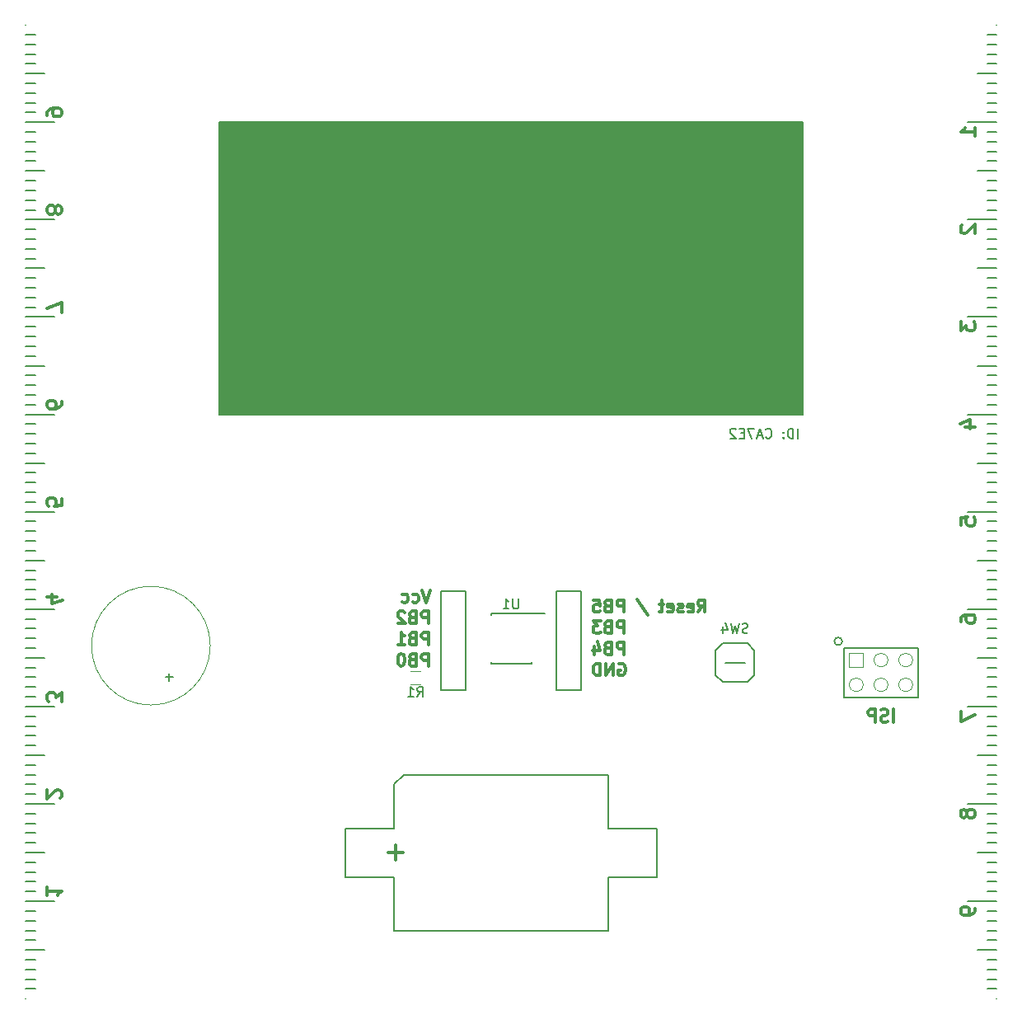
<source format=gbo>
G04 #@! TF.GenerationSoftware,KiCad,Pcbnew,5.0.0*
G04 #@! TF.CreationDate,2018-09-20T15:59:47+02:00*
G04 #@! TF.ProjectId,adri,616472692E6B696361645F7063620000,rev?*
G04 #@! TF.SameCoordinates,Original*
G04 #@! TF.FileFunction,Legend,Bot*
G04 #@! TF.FilePolarity,Positive*
%FSLAX46Y46*%
G04 Gerber Fmt 4.6, Leading zero omitted, Abs format (unit mm)*
G04 Created by KiCad (PCBNEW 5.0.0) date Thu Sep 20 15:59:47 2018*
%MOMM*%
%LPD*%
G01*
G04 APERTURE LIST*
%ADD10C,0.150000*%
%ADD11C,0.300000*%
%ADD12C,0.200000*%
%ADD13C,0.120000*%
%ADD14C,0.203200*%
%ADD15C,0.100000*%
G04 APERTURE END LIST*
D10*
X169452380Y-92452380D02*
X169452380Y-91452380D01*
X168976190Y-92452380D02*
X168976190Y-91452380D01*
X168738095Y-91452380D01*
X168595238Y-91500000D01*
X168500000Y-91595238D01*
X168452380Y-91690476D01*
X168404761Y-91880952D01*
X168404761Y-92023809D01*
X168452380Y-92214285D01*
X168500000Y-92309523D01*
X168595238Y-92404761D01*
X168738095Y-92452380D01*
X168976190Y-92452380D01*
X167976190Y-92357142D02*
X167928571Y-92404761D01*
X167976190Y-92452380D01*
X168023809Y-92404761D01*
X167976190Y-92357142D01*
X167976190Y-92452380D01*
X167976190Y-91833333D02*
X167928571Y-91880952D01*
X167976190Y-91928571D01*
X168023809Y-91880952D01*
X167976190Y-91833333D01*
X167976190Y-91928571D01*
X166166666Y-92357142D02*
X166214285Y-92404761D01*
X166357142Y-92452380D01*
X166452380Y-92452380D01*
X166595238Y-92404761D01*
X166690476Y-92309523D01*
X166738095Y-92214285D01*
X166785714Y-92023809D01*
X166785714Y-91880952D01*
X166738095Y-91690476D01*
X166690476Y-91595238D01*
X166595238Y-91500000D01*
X166452380Y-91452380D01*
X166357142Y-91452380D01*
X166214285Y-91500000D01*
X166166666Y-91547619D01*
X165785714Y-92166666D02*
X165309523Y-92166666D01*
X165880952Y-92452380D02*
X165547619Y-91452380D01*
X165214285Y-92452380D01*
X164976190Y-91452380D02*
X164309523Y-91452380D01*
X164738095Y-92452380D01*
X163928571Y-91928571D02*
X163595238Y-91928571D01*
X163452380Y-92452380D02*
X163928571Y-92452380D01*
X163928571Y-91452380D01*
X163452380Y-91452380D01*
X163071428Y-91547619D02*
X163023809Y-91500000D01*
X162928571Y-91452380D01*
X162690476Y-91452380D01*
X162595238Y-91500000D01*
X162547619Y-91547619D01*
X162500000Y-91642857D01*
X162500000Y-91738095D01*
X162547619Y-91880952D01*
X163119047Y-92452380D01*
X162500000Y-92452380D01*
G36*
X110000000Y-60000000D02*
X170000000Y-60000000D01*
X170000000Y-90000000D01*
X110000000Y-90000000D01*
X110000000Y-60000000D01*
G37*
X110000000Y-60000000D02*
X170000000Y-60000000D01*
X170000000Y-90000000D01*
X110000000Y-90000000D01*
X110000000Y-60000000D01*
D11*
X131685952Y-108052976D02*
X131269285Y-109302976D01*
X130852619Y-108052976D01*
X129900238Y-109243452D02*
X130019285Y-109302976D01*
X130257380Y-109302976D01*
X130376428Y-109243452D01*
X130435952Y-109183928D01*
X130495476Y-109064880D01*
X130495476Y-108707738D01*
X130435952Y-108588690D01*
X130376428Y-108529166D01*
X130257380Y-108469642D01*
X130019285Y-108469642D01*
X129900238Y-108529166D01*
X128828809Y-109243452D02*
X128947857Y-109302976D01*
X129185952Y-109302976D01*
X129305000Y-109243452D01*
X129364523Y-109183928D01*
X129424047Y-109064880D01*
X129424047Y-108707738D01*
X129364523Y-108588690D01*
X129305000Y-108529166D01*
X129185952Y-108469642D01*
X128947857Y-108469642D01*
X128828809Y-108529166D01*
X131507380Y-111477976D02*
X131507380Y-110227976D01*
X131031190Y-110227976D01*
X130912142Y-110287500D01*
X130852619Y-110347023D01*
X130793095Y-110466071D01*
X130793095Y-110644642D01*
X130852619Y-110763690D01*
X130912142Y-110823214D01*
X131031190Y-110882738D01*
X131507380Y-110882738D01*
X129840714Y-110823214D02*
X129662142Y-110882738D01*
X129602619Y-110942261D01*
X129543095Y-111061309D01*
X129543095Y-111239880D01*
X129602619Y-111358928D01*
X129662142Y-111418452D01*
X129781190Y-111477976D01*
X130257380Y-111477976D01*
X130257380Y-110227976D01*
X129840714Y-110227976D01*
X129721666Y-110287500D01*
X129662142Y-110347023D01*
X129602619Y-110466071D01*
X129602619Y-110585119D01*
X129662142Y-110704166D01*
X129721666Y-110763690D01*
X129840714Y-110823214D01*
X130257380Y-110823214D01*
X129066904Y-110347023D02*
X129007380Y-110287500D01*
X128888333Y-110227976D01*
X128590714Y-110227976D01*
X128471666Y-110287500D01*
X128412142Y-110347023D01*
X128352619Y-110466071D01*
X128352619Y-110585119D01*
X128412142Y-110763690D01*
X129126428Y-111477976D01*
X128352619Y-111477976D01*
X131507380Y-113652976D02*
X131507380Y-112402976D01*
X131031190Y-112402976D01*
X130912142Y-112462500D01*
X130852619Y-112522023D01*
X130793095Y-112641071D01*
X130793095Y-112819642D01*
X130852619Y-112938690D01*
X130912142Y-112998214D01*
X131031190Y-113057738D01*
X131507380Y-113057738D01*
X129840714Y-112998214D02*
X129662142Y-113057738D01*
X129602619Y-113117261D01*
X129543095Y-113236309D01*
X129543095Y-113414880D01*
X129602619Y-113533928D01*
X129662142Y-113593452D01*
X129781190Y-113652976D01*
X130257380Y-113652976D01*
X130257380Y-112402976D01*
X129840714Y-112402976D01*
X129721666Y-112462500D01*
X129662142Y-112522023D01*
X129602619Y-112641071D01*
X129602619Y-112760119D01*
X129662142Y-112879166D01*
X129721666Y-112938690D01*
X129840714Y-112998214D01*
X130257380Y-112998214D01*
X128352619Y-113652976D02*
X129066904Y-113652976D01*
X128709761Y-113652976D02*
X128709761Y-112402976D01*
X128828809Y-112581547D01*
X128947857Y-112700595D01*
X129066904Y-112760119D01*
X131507380Y-115827976D02*
X131507380Y-114577976D01*
X131031190Y-114577976D01*
X130912142Y-114637500D01*
X130852619Y-114697023D01*
X130793095Y-114816071D01*
X130793095Y-114994642D01*
X130852619Y-115113690D01*
X130912142Y-115173214D01*
X131031190Y-115232738D01*
X131507380Y-115232738D01*
X129840714Y-115173214D02*
X129662142Y-115232738D01*
X129602619Y-115292261D01*
X129543095Y-115411309D01*
X129543095Y-115589880D01*
X129602619Y-115708928D01*
X129662142Y-115768452D01*
X129781190Y-115827976D01*
X130257380Y-115827976D01*
X130257380Y-114577976D01*
X129840714Y-114577976D01*
X129721666Y-114637500D01*
X129662142Y-114697023D01*
X129602619Y-114816071D01*
X129602619Y-114935119D01*
X129662142Y-115054166D01*
X129721666Y-115113690D01*
X129840714Y-115173214D01*
X130257380Y-115173214D01*
X128769285Y-114577976D02*
X128650238Y-114577976D01*
X128531190Y-114637500D01*
X128471666Y-114697023D01*
X128412142Y-114816071D01*
X128352619Y-115054166D01*
X128352619Y-115351785D01*
X128412142Y-115589880D01*
X128471666Y-115708928D01*
X128531190Y-115768452D01*
X128650238Y-115827976D01*
X128769285Y-115827976D01*
X128888333Y-115768452D01*
X128947857Y-115708928D01*
X129007380Y-115589880D01*
X129066904Y-115351785D01*
X129066904Y-115054166D01*
X129007380Y-114816071D01*
X128947857Y-114697023D01*
X128888333Y-114637500D01*
X128769285Y-114577976D01*
X159206904Y-110302976D02*
X159623571Y-109707738D01*
X159921190Y-110302976D02*
X159921190Y-109052976D01*
X159445000Y-109052976D01*
X159325952Y-109112500D01*
X159266428Y-109172023D01*
X159206904Y-109291071D01*
X159206904Y-109469642D01*
X159266428Y-109588690D01*
X159325952Y-109648214D01*
X159445000Y-109707738D01*
X159921190Y-109707738D01*
X158195000Y-110243452D02*
X158314047Y-110302976D01*
X158552142Y-110302976D01*
X158671190Y-110243452D01*
X158730714Y-110124404D01*
X158730714Y-109648214D01*
X158671190Y-109529166D01*
X158552142Y-109469642D01*
X158314047Y-109469642D01*
X158195000Y-109529166D01*
X158135476Y-109648214D01*
X158135476Y-109767261D01*
X158730714Y-109886309D01*
X157659285Y-110243452D02*
X157540238Y-110302976D01*
X157302142Y-110302976D01*
X157183095Y-110243452D01*
X157123571Y-110124404D01*
X157123571Y-110064880D01*
X157183095Y-109945833D01*
X157302142Y-109886309D01*
X157480714Y-109886309D01*
X157599761Y-109826785D01*
X157659285Y-109707738D01*
X157659285Y-109648214D01*
X157599761Y-109529166D01*
X157480714Y-109469642D01*
X157302142Y-109469642D01*
X157183095Y-109529166D01*
X156111666Y-110243452D02*
X156230714Y-110302976D01*
X156468809Y-110302976D01*
X156587857Y-110243452D01*
X156647380Y-110124404D01*
X156647380Y-109648214D01*
X156587857Y-109529166D01*
X156468809Y-109469642D01*
X156230714Y-109469642D01*
X156111666Y-109529166D01*
X156052142Y-109648214D01*
X156052142Y-109767261D01*
X156647380Y-109886309D01*
X155695000Y-109469642D02*
X155218809Y-109469642D01*
X155516428Y-109052976D02*
X155516428Y-110124404D01*
X155456904Y-110243452D01*
X155337857Y-110302976D01*
X155218809Y-110302976D01*
X152956904Y-108993452D02*
X154028333Y-110600595D01*
X151587857Y-110302976D02*
X151587857Y-109052976D01*
X151111666Y-109052976D01*
X150992619Y-109112500D01*
X150933095Y-109172023D01*
X150873571Y-109291071D01*
X150873571Y-109469642D01*
X150933095Y-109588690D01*
X150992619Y-109648214D01*
X151111666Y-109707738D01*
X151587857Y-109707738D01*
X149921190Y-109648214D02*
X149742619Y-109707738D01*
X149683095Y-109767261D01*
X149623571Y-109886309D01*
X149623571Y-110064880D01*
X149683095Y-110183928D01*
X149742619Y-110243452D01*
X149861666Y-110302976D01*
X150337857Y-110302976D01*
X150337857Y-109052976D01*
X149921190Y-109052976D01*
X149802142Y-109112500D01*
X149742619Y-109172023D01*
X149683095Y-109291071D01*
X149683095Y-109410119D01*
X149742619Y-109529166D01*
X149802142Y-109588690D01*
X149921190Y-109648214D01*
X150337857Y-109648214D01*
X148492619Y-109052976D02*
X149087857Y-109052976D01*
X149147380Y-109648214D01*
X149087857Y-109588690D01*
X148968809Y-109529166D01*
X148671190Y-109529166D01*
X148552142Y-109588690D01*
X148492619Y-109648214D01*
X148433095Y-109767261D01*
X148433095Y-110064880D01*
X148492619Y-110183928D01*
X148552142Y-110243452D01*
X148671190Y-110302976D01*
X148968809Y-110302976D01*
X149087857Y-110243452D01*
X149147380Y-110183928D01*
X151587857Y-112477976D02*
X151587857Y-111227976D01*
X151111666Y-111227976D01*
X150992619Y-111287500D01*
X150933095Y-111347023D01*
X150873571Y-111466071D01*
X150873571Y-111644642D01*
X150933095Y-111763690D01*
X150992619Y-111823214D01*
X151111666Y-111882738D01*
X151587857Y-111882738D01*
X149921190Y-111823214D02*
X149742619Y-111882738D01*
X149683095Y-111942261D01*
X149623571Y-112061309D01*
X149623571Y-112239880D01*
X149683095Y-112358928D01*
X149742619Y-112418452D01*
X149861666Y-112477976D01*
X150337857Y-112477976D01*
X150337857Y-111227976D01*
X149921190Y-111227976D01*
X149802142Y-111287500D01*
X149742619Y-111347023D01*
X149683095Y-111466071D01*
X149683095Y-111585119D01*
X149742619Y-111704166D01*
X149802142Y-111763690D01*
X149921190Y-111823214D01*
X150337857Y-111823214D01*
X149206904Y-111227976D02*
X148433095Y-111227976D01*
X148849761Y-111704166D01*
X148671190Y-111704166D01*
X148552142Y-111763690D01*
X148492619Y-111823214D01*
X148433095Y-111942261D01*
X148433095Y-112239880D01*
X148492619Y-112358928D01*
X148552142Y-112418452D01*
X148671190Y-112477976D01*
X149028333Y-112477976D01*
X149147380Y-112418452D01*
X149206904Y-112358928D01*
X151587857Y-114652976D02*
X151587857Y-113402976D01*
X151111666Y-113402976D01*
X150992619Y-113462500D01*
X150933095Y-113522023D01*
X150873571Y-113641071D01*
X150873571Y-113819642D01*
X150933095Y-113938690D01*
X150992619Y-113998214D01*
X151111666Y-114057738D01*
X151587857Y-114057738D01*
X149921190Y-113998214D02*
X149742619Y-114057738D01*
X149683095Y-114117261D01*
X149623571Y-114236309D01*
X149623571Y-114414880D01*
X149683095Y-114533928D01*
X149742619Y-114593452D01*
X149861666Y-114652976D01*
X150337857Y-114652976D01*
X150337857Y-113402976D01*
X149921190Y-113402976D01*
X149802142Y-113462500D01*
X149742619Y-113522023D01*
X149683095Y-113641071D01*
X149683095Y-113760119D01*
X149742619Y-113879166D01*
X149802142Y-113938690D01*
X149921190Y-113998214D01*
X150337857Y-113998214D01*
X148552142Y-113819642D02*
X148552142Y-114652976D01*
X148849761Y-113343452D02*
X149147380Y-114236309D01*
X148373571Y-114236309D01*
X151052142Y-115637500D02*
X151171190Y-115577976D01*
X151349761Y-115577976D01*
X151528333Y-115637500D01*
X151647380Y-115756547D01*
X151706904Y-115875595D01*
X151766428Y-116113690D01*
X151766428Y-116292261D01*
X151706904Y-116530357D01*
X151647380Y-116649404D01*
X151528333Y-116768452D01*
X151349761Y-116827976D01*
X151230714Y-116827976D01*
X151052142Y-116768452D01*
X150992619Y-116708928D01*
X150992619Y-116292261D01*
X151230714Y-116292261D01*
X150456904Y-116827976D02*
X150456904Y-115577976D01*
X149742619Y-116827976D01*
X149742619Y-115577976D01*
X149147380Y-116827976D02*
X149147380Y-115577976D01*
X148849761Y-115577976D01*
X148671190Y-115637500D01*
X148552142Y-115756547D01*
X148492619Y-115875595D01*
X148433095Y-116113690D01*
X148433095Y-116292261D01*
X148492619Y-116530357D01*
X148552142Y-116649404D01*
X148671190Y-116768452D01*
X148849761Y-116827976D01*
X149147380Y-116827976D01*
X179269047Y-121588095D02*
X179269047Y-120288095D01*
X178711904Y-121526190D02*
X178526190Y-121588095D01*
X178216666Y-121588095D01*
X178092857Y-121526190D01*
X178030952Y-121464285D01*
X177969047Y-121340476D01*
X177969047Y-121216666D01*
X178030952Y-121092857D01*
X178092857Y-121030952D01*
X178216666Y-120969047D01*
X178464285Y-120907142D01*
X178588095Y-120845238D01*
X178650000Y-120783333D01*
X178711904Y-120659523D01*
X178711904Y-120535714D01*
X178650000Y-120411904D01*
X178588095Y-120350000D01*
X178464285Y-120288095D01*
X178154761Y-120288095D01*
X177969047Y-120350000D01*
X177411904Y-121588095D02*
X177411904Y-120288095D01*
X176916666Y-120288095D01*
X176792857Y-120350000D01*
X176730952Y-120411904D01*
X176669047Y-120535714D01*
X176669047Y-120721428D01*
X176730952Y-120845238D01*
X176792857Y-120907142D01*
X176916666Y-120969047D01*
X177411904Y-120969047D01*
X186178571Y-101357142D02*
X186178571Y-100642857D01*
X186892857Y-100571428D01*
X186821428Y-100642857D01*
X186750000Y-100785714D01*
X186750000Y-101142857D01*
X186821428Y-101285714D01*
X186892857Y-101357142D01*
X187035714Y-101428571D01*
X187392857Y-101428571D01*
X187535714Y-101357142D01*
X187607142Y-101285714D01*
X187678571Y-101142857D01*
X187678571Y-100785714D01*
X187607142Y-100642857D01*
X187535714Y-100571428D01*
X186678571Y-91285714D02*
X187678571Y-91285714D01*
X186107142Y-90928571D02*
X187178571Y-90571428D01*
X187178571Y-91500000D01*
X187678571Y-61428571D02*
X187678571Y-60571428D01*
X187678571Y-61000000D02*
X186178571Y-61000000D01*
X186392857Y-60857142D01*
X186535714Y-60714285D01*
X186607142Y-60571428D01*
X186178571Y-80500000D02*
X186178571Y-81428571D01*
X186750000Y-80928571D01*
X186750000Y-81142857D01*
X186821428Y-81285714D01*
X186892857Y-81357142D01*
X187035714Y-81428571D01*
X187392857Y-81428571D01*
X187535714Y-81357142D01*
X187607142Y-81285714D01*
X187678571Y-81142857D01*
X187678571Y-80714285D01*
X187607142Y-80571428D01*
X187535714Y-80500000D01*
X186178571Y-120500000D02*
X186178571Y-121500000D01*
X187678571Y-120857142D01*
X187678571Y-140714285D02*
X187678571Y-141000000D01*
X187607142Y-141142857D01*
X187535714Y-141214285D01*
X187321428Y-141357142D01*
X187035714Y-141428571D01*
X186464285Y-141428571D01*
X186321428Y-141357142D01*
X186250000Y-141285714D01*
X186178571Y-141142857D01*
X186178571Y-140857142D01*
X186250000Y-140714285D01*
X186321428Y-140642857D01*
X186464285Y-140571428D01*
X186821428Y-140571428D01*
X186964285Y-140642857D01*
X187035714Y-140714285D01*
X187107142Y-140857142D01*
X187107142Y-141142857D01*
X187035714Y-141285714D01*
X186964285Y-141357142D01*
X186821428Y-141428571D01*
X186821428Y-130857142D02*
X186750000Y-130714285D01*
X186678571Y-130642857D01*
X186535714Y-130571428D01*
X186464285Y-130571428D01*
X186321428Y-130642857D01*
X186250000Y-130714285D01*
X186178571Y-130857142D01*
X186178571Y-131142857D01*
X186250000Y-131285714D01*
X186321428Y-131357142D01*
X186464285Y-131428571D01*
X186535714Y-131428571D01*
X186678571Y-131357142D01*
X186750000Y-131285714D01*
X186821428Y-131142857D01*
X186821428Y-130857142D01*
X186892857Y-130714285D01*
X186964285Y-130642857D01*
X187107142Y-130571428D01*
X187392857Y-130571428D01*
X187535714Y-130642857D01*
X187607142Y-130714285D01*
X187678571Y-130857142D01*
X187678571Y-131142857D01*
X187607142Y-131285714D01*
X187535714Y-131357142D01*
X187392857Y-131428571D01*
X187107142Y-131428571D01*
X186964285Y-131357142D01*
X186892857Y-131285714D01*
X186821428Y-131142857D01*
X186321428Y-70571428D02*
X186250000Y-70642857D01*
X186178571Y-70785714D01*
X186178571Y-71142857D01*
X186250000Y-71285714D01*
X186321428Y-71357142D01*
X186464285Y-71428571D01*
X186607142Y-71428571D01*
X186821428Y-71357142D01*
X187678571Y-70500000D01*
X187678571Y-71428571D01*
X186178571Y-111285714D02*
X186178571Y-111000000D01*
X186250000Y-110857142D01*
X186321428Y-110785714D01*
X186535714Y-110642857D01*
X186821428Y-110571428D01*
X187392857Y-110571428D01*
X187535714Y-110642857D01*
X187607142Y-110714285D01*
X187678571Y-110857142D01*
X187678571Y-111142857D01*
X187607142Y-111285714D01*
X187535714Y-111357142D01*
X187392857Y-111428571D01*
X187035714Y-111428571D01*
X186892857Y-111357142D01*
X186821428Y-111285714D01*
X186750000Y-111142857D01*
X186750000Y-110857142D01*
X186821428Y-110714285D01*
X186892857Y-110642857D01*
X187035714Y-110571428D01*
X92321428Y-59285714D02*
X92321428Y-59000000D01*
X92392857Y-58857142D01*
X92464285Y-58785714D01*
X92678571Y-58642857D01*
X92964285Y-58571428D01*
X93535714Y-58571428D01*
X93678571Y-58642857D01*
X93750000Y-58714285D01*
X93821428Y-58857142D01*
X93821428Y-59142857D01*
X93750000Y-59285714D01*
X93678571Y-59357142D01*
X93535714Y-59428571D01*
X93178571Y-59428571D01*
X93035714Y-59357142D01*
X92964285Y-59285714D01*
X92892857Y-59142857D01*
X92892857Y-58857142D01*
X92964285Y-58714285D01*
X93035714Y-58642857D01*
X93178571Y-58571428D01*
X93178571Y-69142857D02*
X93250000Y-69285714D01*
X93321428Y-69357142D01*
X93464285Y-69428571D01*
X93535714Y-69428571D01*
X93678571Y-69357142D01*
X93750000Y-69285714D01*
X93821428Y-69142857D01*
X93821428Y-68857142D01*
X93750000Y-68714285D01*
X93678571Y-68642857D01*
X93535714Y-68571428D01*
X93464285Y-68571428D01*
X93321428Y-68642857D01*
X93250000Y-68714285D01*
X93178571Y-68857142D01*
X93178571Y-69142857D01*
X93107142Y-69285714D01*
X93035714Y-69357142D01*
X92892857Y-69428571D01*
X92607142Y-69428571D01*
X92464285Y-69357142D01*
X92392857Y-69285714D01*
X92321428Y-69142857D01*
X92321428Y-68857142D01*
X92392857Y-68714285D01*
X92464285Y-68642857D01*
X92607142Y-68571428D01*
X92892857Y-68571428D01*
X93035714Y-68642857D01*
X93107142Y-68714285D01*
X93178571Y-68857142D01*
X93821428Y-79500000D02*
X93821428Y-78500000D01*
X92321428Y-79142857D01*
X93821428Y-88714285D02*
X93821428Y-89000000D01*
X93750000Y-89142857D01*
X93678571Y-89214285D01*
X93464285Y-89357142D01*
X93178571Y-89428571D01*
X92607142Y-89428571D01*
X92464285Y-89357142D01*
X92392857Y-89285714D01*
X92321428Y-89142857D01*
X92321428Y-88857142D01*
X92392857Y-88714285D01*
X92464285Y-88642857D01*
X92607142Y-88571428D01*
X92964285Y-88571428D01*
X93107142Y-88642857D01*
X93178571Y-88714285D01*
X93250000Y-88857142D01*
X93250000Y-89142857D01*
X93178571Y-89285714D01*
X93107142Y-89357142D01*
X92964285Y-89428571D01*
X93821428Y-98642857D02*
X93821428Y-99357142D01*
X93107142Y-99428571D01*
X93178571Y-99357142D01*
X93250000Y-99214285D01*
X93250000Y-98857142D01*
X93178571Y-98714285D01*
X93107142Y-98642857D01*
X92964285Y-98571428D01*
X92607142Y-98571428D01*
X92464285Y-98642857D01*
X92392857Y-98714285D01*
X92321428Y-98857142D01*
X92321428Y-99214285D01*
X92392857Y-99357142D01*
X92464285Y-99428571D01*
X93321428Y-108714285D02*
X92321428Y-108714285D01*
X93892857Y-109071428D02*
X92821428Y-109428571D01*
X92821428Y-108500000D01*
X93821428Y-119500000D02*
X93821428Y-118571428D01*
X93250000Y-119071428D01*
X93250000Y-118857142D01*
X93178571Y-118714285D01*
X93107142Y-118642857D01*
X92964285Y-118571428D01*
X92607142Y-118571428D01*
X92464285Y-118642857D01*
X92392857Y-118714285D01*
X92321428Y-118857142D01*
X92321428Y-119285714D01*
X92392857Y-119428571D01*
X92464285Y-119500000D01*
X93678571Y-129428571D02*
X93750000Y-129357142D01*
X93821428Y-129214285D01*
X93821428Y-128857142D01*
X93750000Y-128714285D01*
X93678571Y-128642857D01*
X93535714Y-128571428D01*
X93392857Y-128571428D01*
X93178571Y-128642857D01*
X92321428Y-129500000D01*
X92321428Y-128571428D01*
X92321428Y-138571428D02*
X92321428Y-139428571D01*
X92321428Y-139000000D02*
X93821428Y-139000000D01*
X93607142Y-139142857D01*
X93464285Y-139285714D01*
X93392857Y-139428571D01*
D12*
G04 #@! TO.C,REF\002A\002A*
X189900000Y-80000000D02*
X186900000Y-80000000D01*
D10*
X189900000Y-81000000D02*
X188900000Y-81000000D01*
X189900000Y-82000000D02*
X188900000Y-82000000D01*
X189900000Y-83000000D02*
X188900000Y-83000000D01*
X189900000Y-84000000D02*
X188900000Y-84000000D01*
D12*
X189900000Y-85000000D02*
X187900000Y-85000000D01*
D10*
X189900000Y-86000000D02*
X188900000Y-86000000D01*
X189900000Y-87000000D02*
X188900000Y-87000000D01*
X189900000Y-88000000D02*
X188900000Y-88000000D01*
X189900000Y-89000000D02*
X188900000Y-89000000D01*
D12*
X189900000Y-90000000D02*
X186900000Y-90000000D01*
X189900000Y-70000000D02*
X186900000Y-70000000D01*
D10*
X189900000Y-69000000D02*
X188900000Y-69000000D01*
X189900000Y-68000000D02*
X188900000Y-68000000D01*
X189900000Y-67000000D02*
X188900000Y-67000000D01*
X189900000Y-66000000D02*
X188900000Y-66000000D01*
D12*
X189900000Y-65000000D02*
X187900000Y-65000000D01*
D10*
X189900000Y-64000000D02*
X188900000Y-64000000D01*
X189900000Y-63000000D02*
X188900000Y-63000000D01*
X189900000Y-62000000D02*
X188900000Y-62000000D01*
X189900000Y-61000000D02*
X188900000Y-61000000D01*
D12*
X189900000Y-60000000D02*
X186900000Y-60000000D01*
X189900000Y-70000000D02*
X186900000Y-70000000D01*
D10*
X189900000Y-71000000D02*
X188900000Y-71000000D01*
X189900000Y-72000000D02*
X188900000Y-72000000D01*
X189900000Y-73000000D02*
X188900000Y-73000000D01*
X189900000Y-74000000D02*
X188900000Y-74000000D01*
D12*
X189900000Y-75000000D02*
X187900000Y-75000000D01*
D10*
X189900000Y-76000000D02*
X188900000Y-76000000D01*
X189900000Y-77000000D02*
X188900000Y-77000000D01*
X189900000Y-78000000D02*
X188900000Y-78000000D01*
X189900000Y-79000000D02*
X188900000Y-79000000D01*
D12*
X189900000Y-80000000D02*
X186900000Y-80000000D01*
X189900000Y-100000000D02*
X186900000Y-100000000D01*
D10*
X189900000Y-99000000D02*
X188900000Y-99000000D01*
X189900000Y-98000000D02*
X188900000Y-98000000D01*
X189900000Y-97000000D02*
X188900000Y-97000000D01*
X189900000Y-96000000D02*
X188900000Y-96000000D01*
D12*
X189900000Y-95000000D02*
X187900000Y-95000000D01*
D10*
X189900000Y-94000000D02*
X188900000Y-94000000D01*
X189900000Y-93000000D02*
X188900000Y-93000000D01*
X189900000Y-92000000D02*
X188900000Y-92000000D01*
X189900000Y-91000000D02*
X188900000Y-91000000D01*
D12*
X189900000Y-90000000D02*
X186900000Y-90000000D01*
X189900000Y-130000000D02*
X186900000Y-130000000D01*
D10*
X189900000Y-131000000D02*
X188900000Y-131000000D01*
X189900000Y-132000000D02*
X188900000Y-132000000D01*
X189900000Y-133000000D02*
X188900000Y-133000000D01*
X189900000Y-134000000D02*
X188900000Y-134000000D01*
D12*
X189900000Y-135000000D02*
X187900000Y-135000000D01*
D10*
X189900000Y-136000000D02*
X188900000Y-136000000D01*
X189900000Y-137000000D02*
X188900000Y-137000000D01*
X189900000Y-138000000D02*
X188900000Y-138000000D01*
X189900000Y-139000000D02*
X188900000Y-139000000D01*
D12*
X189900000Y-140000000D02*
X186900000Y-140000000D01*
X189900000Y-100000000D02*
X186900000Y-100000000D01*
D10*
X189900000Y-101000000D02*
X188900000Y-101000000D01*
X189900000Y-102000000D02*
X188900000Y-102000000D01*
X189900000Y-103000000D02*
X188900000Y-103000000D01*
X189900000Y-104000000D02*
X188900000Y-104000000D01*
D12*
X189900000Y-105000000D02*
X187900000Y-105000000D01*
D10*
X189900000Y-106000000D02*
X188900000Y-106000000D01*
X189900000Y-107000000D02*
X188900000Y-107000000D01*
X189900000Y-108000000D02*
X188900000Y-108000000D01*
X189900000Y-109000000D02*
X188900000Y-109000000D01*
D12*
X189900000Y-110000000D02*
X186900000Y-110000000D01*
X189900000Y-130000000D02*
X186900000Y-130000000D01*
D10*
X189900000Y-129000000D02*
X188900000Y-129000000D01*
X189900000Y-128000000D02*
X188900000Y-128000000D01*
X189900000Y-127000000D02*
X188900000Y-127000000D01*
X189900000Y-126000000D02*
X188900000Y-126000000D01*
D12*
X189900000Y-125000000D02*
X187900000Y-125000000D01*
D10*
X189900000Y-124000000D02*
X188900000Y-124000000D01*
X189900000Y-123000000D02*
X188900000Y-123000000D01*
X189900000Y-122000000D02*
X188900000Y-122000000D01*
X189900000Y-121000000D02*
X188900000Y-121000000D01*
D12*
X189900000Y-120000000D02*
X186900000Y-120000000D01*
X189900000Y-120000000D02*
X186900000Y-120000000D01*
D10*
X189900000Y-119000000D02*
X188900000Y-119000000D01*
X189900000Y-118000000D02*
X188900000Y-118000000D01*
X189900000Y-117000000D02*
X188900000Y-117000000D01*
X189900000Y-116000000D02*
X188900000Y-116000000D01*
D12*
X189900000Y-115000000D02*
X187900000Y-115000000D01*
D10*
X189900000Y-114000000D02*
X188900000Y-114000000D01*
X189900000Y-113000000D02*
X188900000Y-113000000D01*
X189900000Y-112000000D02*
X188900000Y-112000000D01*
X189900000Y-111000000D02*
X188900000Y-111000000D01*
D12*
X189900000Y-110000000D02*
X186900000Y-110000000D01*
X189900000Y-150000000D02*
X189900000Y-150000000D01*
X189900000Y-140000000D02*
X189900000Y-140000000D01*
D10*
X189900000Y-141000000D02*
X188900000Y-141000000D01*
X189900000Y-142000000D02*
X188900000Y-142000000D01*
X189900000Y-143000000D02*
X188900000Y-143000000D01*
X189900000Y-144000000D02*
X188900000Y-144000000D01*
D12*
X189900000Y-145000000D02*
X187900000Y-145000000D01*
D10*
X189900000Y-146000000D02*
X188900000Y-146000000D01*
X189900000Y-147000000D02*
X188900000Y-147000000D01*
X189900000Y-148000000D02*
X188900000Y-148000000D01*
X189900000Y-149000000D02*
X188900000Y-149000000D01*
X189900000Y-59000000D02*
X188900000Y-59000000D01*
X189900000Y-58000000D02*
X188900000Y-58000000D01*
X189900000Y-57000000D02*
X188900000Y-57000000D01*
X189900000Y-56000000D02*
X188900000Y-56000000D01*
D12*
X189900000Y-55000000D02*
X187900000Y-55000000D01*
D10*
X189900000Y-54000000D02*
X188900000Y-54000000D01*
X189900000Y-53000000D02*
X188900000Y-53000000D01*
X189900000Y-52000000D02*
X188900000Y-52000000D01*
X189900000Y-51000000D02*
X188900000Y-51000000D01*
D12*
X189900000Y-50000000D02*
X189900000Y-50000000D01*
X189900000Y-60000000D02*
X189900000Y-60000000D01*
D10*
X90100000Y-51000000D02*
X91100000Y-51000000D01*
X90100000Y-52000000D02*
X91100000Y-52000000D01*
X90100000Y-53000000D02*
X91100000Y-53000000D01*
X90100000Y-54000000D02*
X91100000Y-54000000D01*
D12*
X90100000Y-55000000D02*
X92100000Y-55000000D01*
D10*
X90100000Y-56000000D02*
X91100000Y-56000000D01*
X90100000Y-57000000D02*
X91100000Y-57000000D01*
X90100000Y-58000000D02*
X91100000Y-58000000D01*
X90100000Y-59000000D02*
X91100000Y-59000000D01*
D12*
X90100000Y-60000000D02*
X90100000Y-60000000D01*
X90100000Y-50000000D02*
X90100000Y-50000000D01*
X90100000Y-80000000D02*
X93100000Y-80000000D01*
D10*
X90100000Y-79000000D02*
X91100000Y-79000000D01*
X90100000Y-78000000D02*
X91100000Y-78000000D01*
X90100000Y-77000000D02*
X91100000Y-77000000D01*
X90100000Y-76000000D02*
X91100000Y-76000000D01*
D12*
X90100000Y-75000000D02*
X92100000Y-75000000D01*
D10*
X90100000Y-74000000D02*
X91100000Y-74000000D01*
X90100000Y-73000000D02*
X91100000Y-73000000D01*
X90100000Y-72000000D02*
X91100000Y-72000000D01*
X90100000Y-71000000D02*
X91100000Y-71000000D01*
D12*
X90100000Y-70000000D02*
X93100000Y-70000000D01*
X90100000Y-90000000D02*
X93100000Y-90000000D01*
D10*
X90100000Y-91000000D02*
X91100000Y-91000000D01*
X90100000Y-92000000D02*
X91100000Y-92000000D01*
X90100000Y-93000000D02*
X91100000Y-93000000D01*
X90100000Y-94000000D02*
X91100000Y-94000000D01*
D12*
X90100000Y-95000000D02*
X92100000Y-95000000D01*
D10*
X90100000Y-96000000D02*
X91100000Y-96000000D01*
X90100000Y-97000000D02*
X91100000Y-97000000D01*
X90100000Y-98000000D02*
X91100000Y-98000000D01*
X90100000Y-99000000D02*
X91100000Y-99000000D01*
D12*
X90100000Y-100000000D02*
X93100000Y-100000000D01*
X90100000Y-90000000D02*
X93100000Y-90000000D01*
D10*
X90100000Y-89000000D02*
X91100000Y-89000000D01*
X90100000Y-88000000D02*
X91100000Y-88000000D01*
X90100000Y-87000000D02*
X91100000Y-87000000D01*
X90100000Y-86000000D02*
X91100000Y-86000000D01*
D12*
X90100000Y-85000000D02*
X92100000Y-85000000D01*
D10*
X90100000Y-84000000D02*
X91100000Y-84000000D01*
X90100000Y-83000000D02*
X91100000Y-83000000D01*
X90100000Y-82000000D02*
X91100000Y-82000000D01*
X90100000Y-81000000D02*
X91100000Y-81000000D01*
D12*
X90100000Y-80000000D02*
X93100000Y-80000000D01*
X90100000Y-60000000D02*
X93100000Y-60000000D01*
D10*
X90100000Y-61000000D02*
X91100000Y-61000000D01*
X90100000Y-62000000D02*
X91100000Y-62000000D01*
X90100000Y-63000000D02*
X91100000Y-63000000D01*
X90100000Y-64000000D02*
X91100000Y-64000000D01*
D12*
X90100000Y-65000000D02*
X92100000Y-65000000D01*
D10*
X90100000Y-66000000D02*
X91100000Y-66000000D01*
X90100000Y-67000000D02*
X91100000Y-67000000D01*
X90100000Y-68000000D02*
X91100000Y-68000000D01*
X90100000Y-69000000D02*
X91100000Y-69000000D01*
D12*
X90100000Y-70000000D02*
X93100000Y-70000000D01*
X90100000Y-110000000D02*
X93100000Y-110000000D01*
D10*
X90100000Y-111000000D02*
X91100000Y-111000000D01*
X90100000Y-112000000D02*
X91100000Y-112000000D01*
X90100000Y-113000000D02*
X91100000Y-113000000D01*
X90100000Y-114000000D02*
X91100000Y-114000000D01*
D12*
X90100000Y-115000000D02*
X92100000Y-115000000D01*
D10*
X90100000Y-116000000D02*
X91100000Y-116000000D01*
X90100000Y-117000000D02*
X91100000Y-117000000D01*
X90100000Y-118000000D02*
X91100000Y-118000000D01*
X90100000Y-119000000D02*
X91100000Y-119000000D01*
D12*
X90100000Y-120000000D02*
X93100000Y-120000000D01*
X90100000Y-110000000D02*
X93100000Y-110000000D01*
D10*
X90100000Y-109000000D02*
X91100000Y-109000000D01*
X90100000Y-108000000D02*
X91100000Y-108000000D01*
X90100000Y-107000000D02*
X91100000Y-107000000D01*
X90100000Y-106000000D02*
X91100000Y-106000000D01*
D12*
X90100000Y-105000000D02*
X92100000Y-105000000D01*
D10*
X90100000Y-104000000D02*
X91100000Y-104000000D01*
X90100000Y-103000000D02*
X91100000Y-103000000D01*
X90100000Y-102000000D02*
X91100000Y-102000000D01*
X90100000Y-101000000D02*
X91100000Y-101000000D01*
D12*
X90100000Y-100000000D02*
X93100000Y-100000000D01*
X90100000Y-120000000D02*
X93100000Y-120000000D01*
D10*
X90100000Y-121000000D02*
X91100000Y-121000000D01*
X90100000Y-122000000D02*
X91100000Y-122000000D01*
X90100000Y-123000000D02*
X91100000Y-123000000D01*
X90100000Y-124000000D02*
X91100000Y-124000000D01*
D12*
X90100000Y-125000000D02*
X92100000Y-125000000D01*
D10*
X90100000Y-126000000D02*
X91100000Y-126000000D01*
X90100000Y-127000000D02*
X91100000Y-127000000D01*
X90100000Y-128000000D02*
X91100000Y-128000000D01*
X90100000Y-129000000D02*
X91100000Y-129000000D01*
D12*
X90100000Y-130000000D02*
X93100000Y-130000000D01*
X90100000Y-140000000D02*
X90100000Y-140000000D01*
X90100000Y-150000000D02*
X90100000Y-150000000D01*
D10*
X90100000Y-149000000D02*
X91100000Y-149000000D01*
X90100000Y-148000000D02*
X91100000Y-148000000D01*
X90100000Y-147000000D02*
X91100000Y-147000000D01*
X90100000Y-146000000D02*
X91100000Y-146000000D01*
D12*
X90100000Y-145000000D02*
X92100000Y-145000000D01*
D10*
X90100000Y-144000000D02*
X91100000Y-144000000D01*
X90100000Y-143000000D02*
X91100000Y-143000000D01*
X90100000Y-142000000D02*
X91100000Y-142000000D01*
X90100000Y-141000000D02*
X91100000Y-141000000D01*
D12*
X90100000Y-140000000D02*
X93100000Y-140000000D01*
D10*
X90100000Y-139000000D02*
X91100000Y-139000000D01*
X90100000Y-138000000D02*
X91100000Y-138000000D01*
X90100000Y-137000000D02*
X91100000Y-137000000D01*
X90100000Y-136000000D02*
X91100000Y-136000000D01*
D12*
X90100000Y-135000000D02*
X92100000Y-135000000D01*
D10*
X90100000Y-134000000D02*
X91100000Y-134000000D01*
X90100000Y-133000000D02*
X91100000Y-133000000D01*
X90100000Y-132000000D02*
X91100000Y-132000000D01*
X90100000Y-131000000D02*
X91100000Y-131000000D01*
D12*
X90100000Y-130000000D02*
X93100000Y-130000000D01*
G04 #@! TO.C,Batt1*
X129000000Y-127000000D02*
X150000000Y-127000000D01*
X150000000Y-143000000D02*
X150000000Y-137500000D01*
X150000000Y-132500000D02*
X155000000Y-132500000D01*
X155000000Y-132500000D02*
X155000000Y-137500000D01*
X155000000Y-137500000D02*
X150000000Y-137500000D01*
X150000000Y-132500000D02*
X150000000Y-127000000D01*
X128000000Y-143000000D02*
X150000000Y-143000000D01*
X123000000Y-137500000D02*
X123000000Y-132500000D01*
X128000000Y-128000000D02*
X128000000Y-132500000D01*
X128000000Y-137500000D02*
X128000000Y-143000000D01*
X128000000Y-137500000D02*
X123000000Y-137500000D01*
X123000000Y-132500000D02*
X128000000Y-132500000D01*
X129000000Y-127000000D02*
X128000000Y-128000000D01*
D13*
G04 #@! TO.C,BZ1*
X109100000Y-113750000D02*
G75*
G03X109100000Y-113750000I-6100000J0D01*
G01*
D10*
G04 #@! TO.C,J1*
X174013113Y-113310000D02*
G75*
G03X174013113Y-113310000I-403113J0D01*
G01*
D14*
X181810000Y-113960000D02*
X174190000Y-113960000D01*
X174190000Y-119040000D02*
X181810000Y-119040000D01*
X181810000Y-119040000D02*
X181810000Y-113960000D01*
X174190000Y-113960000D02*
X174190000Y-119040000D01*
D13*
G04 #@! TO.C,R1*
X129700000Y-117760000D02*
X130700000Y-117760000D01*
X130700000Y-116400000D02*
X129700000Y-116400000D01*
D10*
G04 #@! TO.C,U1*
X142075000Y-110475000D02*
X143475000Y-110475000D01*
X142075000Y-115575000D02*
X137925000Y-115575000D01*
X142075000Y-110425000D02*
X137925000Y-110425000D01*
X142075000Y-115575000D02*
X142075000Y-115430000D01*
X137925000Y-115575000D02*
X137925000Y-115430000D01*
X137925000Y-110425000D02*
X137925000Y-110570000D01*
X142075000Y-110425000D02*
X142075000Y-110475000D01*
D12*
G04 #@! TO.C,J2*
X144690000Y-108150000D02*
X144690000Y-118310000D01*
X144690000Y-118310000D02*
X147230000Y-118310000D01*
X147230000Y-118310000D02*
X147230000Y-108150000D01*
X147230000Y-108150000D02*
X144690000Y-108150000D01*
G04 #@! TO.C,J3*
X132770000Y-118350000D02*
X135310000Y-118350000D01*
X132770000Y-108190000D02*
X132770000Y-118350000D01*
X135310000Y-108190000D02*
X132770000Y-108190000D01*
X135310000Y-118350000D02*
X135310000Y-108190000D01*
G04 #@! TO.C,SW4*
X165000000Y-114250000D02*
X165000000Y-116750000D01*
X164250000Y-117500000D02*
X161750000Y-117500000D01*
X161000000Y-116750000D02*
X161000000Y-114250000D01*
X161750000Y-113500000D02*
X164250000Y-113500000D01*
X161750000Y-113500000D02*
X161000000Y-114250000D01*
X164250000Y-113500000D02*
X165000000Y-114250000D01*
X165000000Y-116750000D02*
X164250000Y-117500000D01*
X161000000Y-116750000D02*
X161750000Y-117500000D01*
X162000000Y-115500000D02*
X164000000Y-115500000D01*
G04 #@! TD*
D15*
G04 #@! TO.C,J1*
X174748000Y-114518000D02*
X174748000Y-115942000D01*
X176172000Y-115942000D01*
X176172000Y-114518000D01*
X174748000Y-114518000D01*
X176172000Y-117770000D02*
G75*
G03X176172000Y-117770000I-712000J0D01*
G01*
X178712000Y-115230000D02*
G75*
G03X178712000Y-115230000I-712000J0D01*
G01*
X178712000Y-117770000D02*
G75*
G03X178712000Y-117770000I-712000J0D01*
G01*
X181252000Y-115230000D02*
G75*
G03X181252000Y-115230000I-712000J0D01*
G01*
X181252000Y-117770000D02*
G75*
G03X181252000Y-117770000I-712000J0D01*
G01*
G04 #@! TD*
G04 #@! TO.C,Batt1*
D11*
X128142857Y-134238095D02*
X128142857Y-135761904D01*
X128904761Y-135000000D02*
X127380952Y-135000000D01*
G04 #@! TO.C,BZ1*
D10*
X104871428Y-116619047D02*
X104871428Y-117380952D01*
X105252380Y-117000000D02*
X104490476Y-117000000D01*
G04 #@! TO.C,R1*
X130366666Y-118982380D02*
X130700000Y-118506190D01*
X130938095Y-118982380D02*
X130938095Y-117982380D01*
X130557142Y-117982380D01*
X130461904Y-118030000D01*
X130414285Y-118077619D01*
X130366666Y-118172857D01*
X130366666Y-118315714D01*
X130414285Y-118410952D01*
X130461904Y-118458571D01*
X130557142Y-118506190D01*
X130938095Y-118506190D01*
X129414285Y-118982380D02*
X129985714Y-118982380D01*
X129700000Y-118982380D02*
X129700000Y-117982380D01*
X129795238Y-118125238D01*
X129890476Y-118220476D01*
X129985714Y-118268095D01*
G04 #@! TO.C,U1*
X140761904Y-108952380D02*
X140761904Y-109761904D01*
X140714285Y-109857142D01*
X140666666Y-109904761D01*
X140571428Y-109952380D01*
X140380952Y-109952380D01*
X140285714Y-109904761D01*
X140238095Y-109857142D01*
X140190476Y-109761904D01*
X140190476Y-108952380D01*
X139190476Y-109952380D02*
X139761904Y-109952380D01*
X139476190Y-109952380D02*
X139476190Y-108952380D01*
X139571428Y-109095238D01*
X139666666Y-109190476D01*
X139761904Y-109238095D01*
G04 #@! TO.C,SW4*
X164333333Y-112404761D02*
X164190476Y-112452380D01*
X163952380Y-112452380D01*
X163857142Y-112404761D01*
X163809523Y-112357142D01*
X163761904Y-112261904D01*
X163761904Y-112166666D01*
X163809523Y-112071428D01*
X163857142Y-112023809D01*
X163952380Y-111976190D01*
X164142857Y-111928571D01*
X164238095Y-111880952D01*
X164285714Y-111833333D01*
X164333333Y-111738095D01*
X164333333Y-111642857D01*
X164285714Y-111547619D01*
X164238095Y-111500000D01*
X164142857Y-111452380D01*
X163904761Y-111452380D01*
X163761904Y-111500000D01*
X163428571Y-111452380D02*
X163190476Y-112452380D01*
X163000000Y-111738095D01*
X162809523Y-112452380D01*
X162571428Y-111452380D01*
X161761904Y-111785714D02*
X161761904Y-112452380D01*
X162000000Y-111404761D02*
X162238095Y-112119047D01*
X161619047Y-112119047D01*
G04 #@! TD*
M02*

</source>
